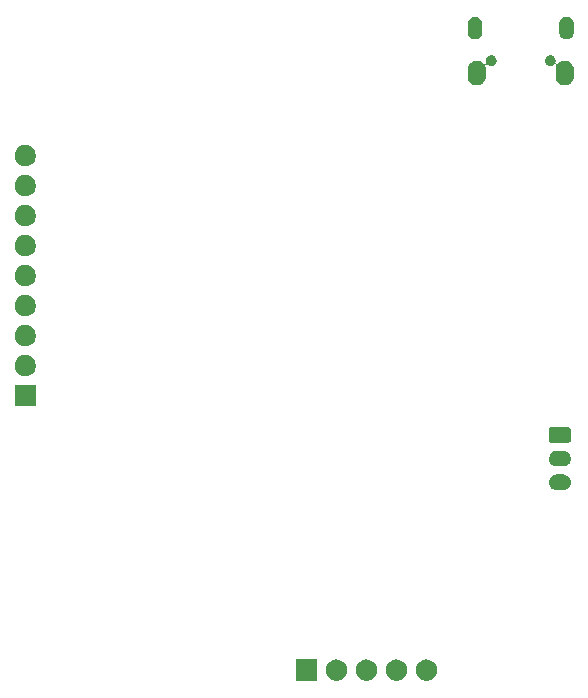
<source format=gbr>
G04 #@! TF.GenerationSoftware,KiCad,Pcbnew,5.1.5-52549c5~84~ubuntu18.04.1*
G04 #@! TF.CreationDate,2020-02-14T13:22:25+01:00*
G04 #@! TF.ProjectId,Project,50726f6a-6563-4742-9e6b-696361645f70,rev?*
G04 #@! TF.SameCoordinates,Original*
G04 #@! TF.FileFunction,Soldermask,Bot*
G04 #@! TF.FilePolarity,Negative*
%FSLAX46Y46*%
G04 Gerber Fmt 4.6, Leading zero omitted, Abs format (unit mm)*
G04 Created by KiCad (PCBNEW 5.1.5-52549c5~84~ubuntu18.04.1) date 2020-02-14 13:22:25*
%MOMM*%
%LPD*%
G04 APERTURE LIST*
%ADD10C,0.100000*%
G04 APERTURE END LIST*
D10*
G36*
X286493512Y-296703927D02*
G01*
X286642812Y-296733624D01*
X286806784Y-296801544D01*
X286954354Y-296900147D01*
X287079853Y-297025646D01*
X287178456Y-297173216D01*
X287246376Y-297337188D01*
X287281000Y-297511259D01*
X287281000Y-297688741D01*
X287246376Y-297862812D01*
X287178456Y-298026784D01*
X287079853Y-298174354D01*
X286954354Y-298299853D01*
X286806784Y-298398456D01*
X286642812Y-298466376D01*
X286493512Y-298496073D01*
X286468742Y-298501000D01*
X286291258Y-298501000D01*
X286266488Y-298496073D01*
X286117188Y-298466376D01*
X285953216Y-298398456D01*
X285805646Y-298299853D01*
X285680147Y-298174354D01*
X285581544Y-298026784D01*
X285513624Y-297862812D01*
X285479000Y-297688741D01*
X285479000Y-297511259D01*
X285513624Y-297337188D01*
X285581544Y-297173216D01*
X285680147Y-297025646D01*
X285805646Y-296900147D01*
X285953216Y-296801544D01*
X286117188Y-296733624D01*
X286266488Y-296703927D01*
X286291258Y-296699000D01*
X286468742Y-296699000D01*
X286493512Y-296703927D01*
G37*
G36*
X281413512Y-296703927D02*
G01*
X281562812Y-296733624D01*
X281726784Y-296801544D01*
X281874354Y-296900147D01*
X281999853Y-297025646D01*
X282098456Y-297173216D01*
X282166376Y-297337188D01*
X282201000Y-297511259D01*
X282201000Y-297688741D01*
X282166376Y-297862812D01*
X282098456Y-298026784D01*
X281999853Y-298174354D01*
X281874354Y-298299853D01*
X281726784Y-298398456D01*
X281562812Y-298466376D01*
X281413512Y-298496073D01*
X281388742Y-298501000D01*
X281211258Y-298501000D01*
X281186488Y-298496073D01*
X281037188Y-298466376D01*
X280873216Y-298398456D01*
X280725646Y-298299853D01*
X280600147Y-298174354D01*
X280501544Y-298026784D01*
X280433624Y-297862812D01*
X280399000Y-297688741D01*
X280399000Y-297511259D01*
X280433624Y-297337188D01*
X280501544Y-297173216D01*
X280600147Y-297025646D01*
X280725646Y-296900147D01*
X280873216Y-296801544D01*
X281037188Y-296733624D01*
X281186488Y-296703927D01*
X281211258Y-296699000D01*
X281388742Y-296699000D01*
X281413512Y-296703927D01*
G37*
G36*
X278873512Y-296703927D02*
G01*
X279022812Y-296733624D01*
X279186784Y-296801544D01*
X279334354Y-296900147D01*
X279459853Y-297025646D01*
X279558456Y-297173216D01*
X279626376Y-297337188D01*
X279661000Y-297511259D01*
X279661000Y-297688741D01*
X279626376Y-297862812D01*
X279558456Y-298026784D01*
X279459853Y-298174354D01*
X279334354Y-298299853D01*
X279186784Y-298398456D01*
X279022812Y-298466376D01*
X278873512Y-298496073D01*
X278848742Y-298501000D01*
X278671258Y-298501000D01*
X278646488Y-298496073D01*
X278497188Y-298466376D01*
X278333216Y-298398456D01*
X278185646Y-298299853D01*
X278060147Y-298174354D01*
X277961544Y-298026784D01*
X277893624Y-297862812D01*
X277859000Y-297688741D01*
X277859000Y-297511259D01*
X277893624Y-297337188D01*
X277961544Y-297173216D01*
X278060147Y-297025646D01*
X278185646Y-296900147D01*
X278333216Y-296801544D01*
X278497188Y-296733624D01*
X278646488Y-296703927D01*
X278671258Y-296699000D01*
X278848742Y-296699000D01*
X278873512Y-296703927D01*
G37*
G36*
X277121000Y-298501000D02*
G01*
X275319000Y-298501000D01*
X275319000Y-296699000D01*
X277121000Y-296699000D01*
X277121000Y-298501000D01*
G37*
G36*
X283953512Y-296703927D02*
G01*
X284102812Y-296733624D01*
X284266784Y-296801544D01*
X284414354Y-296900147D01*
X284539853Y-297025646D01*
X284638456Y-297173216D01*
X284706376Y-297337188D01*
X284741000Y-297511259D01*
X284741000Y-297688741D01*
X284706376Y-297862812D01*
X284638456Y-298026784D01*
X284539853Y-298174354D01*
X284414354Y-298299853D01*
X284266784Y-298398456D01*
X284102812Y-298466376D01*
X283953512Y-298496073D01*
X283928742Y-298501000D01*
X283751258Y-298501000D01*
X283726488Y-298496073D01*
X283577188Y-298466376D01*
X283413216Y-298398456D01*
X283265646Y-298299853D01*
X283140147Y-298174354D01*
X283041544Y-298026784D01*
X282973624Y-297862812D01*
X282939000Y-297688741D01*
X282939000Y-297511259D01*
X282973624Y-297337188D01*
X283041544Y-297173216D01*
X283140147Y-297025646D01*
X283265646Y-296900147D01*
X283413216Y-296801544D01*
X283577188Y-296733624D01*
X283726488Y-296703927D01*
X283751258Y-296699000D01*
X283928742Y-296699000D01*
X283953512Y-296703927D01*
G37*
G36*
X298026855Y-281038140D02*
G01*
X298090618Y-281044420D01*
X298181404Y-281071960D01*
X298213336Y-281081646D01*
X298326425Y-281142094D01*
X298425554Y-281223446D01*
X298506906Y-281322575D01*
X298567354Y-281435664D01*
X298567355Y-281435668D01*
X298604580Y-281558382D01*
X298617149Y-281686000D01*
X298604580Y-281813618D01*
X298577040Y-281904404D01*
X298567354Y-281936336D01*
X298506906Y-282049425D01*
X298425554Y-282148554D01*
X298326425Y-282229906D01*
X298213336Y-282290354D01*
X298181404Y-282300040D01*
X298090618Y-282327580D01*
X298026855Y-282333860D01*
X297994974Y-282337000D01*
X297381026Y-282337000D01*
X297349145Y-282333860D01*
X297285382Y-282327580D01*
X297194596Y-282300040D01*
X297162664Y-282290354D01*
X297049575Y-282229906D01*
X296950446Y-282148554D01*
X296869094Y-282049425D01*
X296808646Y-281936336D01*
X296798960Y-281904404D01*
X296771420Y-281813618D01*
X296758851Y-281686000D01*
X296771420Y-281558382D01*
X296808645Y-281435668D01*
X296808646Y-281435664D01*
X296869094Y-281322575D01*
X296950446Y-281223446D01*
X297049575Y-281142094D01*
X297162664Y-281081646D01*
X297194596Y-281071960D01*
X297285382Y-281044420D01*
X297349145Y-281038140D01*
X297381026Y-281035000D01*
X297994974Y-281035000D01*
X298026855Y-281038140D01*
G37*
G36*
X298026855Y-279038140D02*
G01*
X298090618Y-279044420D01*
X298181404Y-279071960D01*
X298213336Y-279081646D01*
X298326425Y-279142094D01*
X298425554Y-279223446D01*
X298506906Y-279322575D01*
X298567354Y-279435664D01*
X298567355Y-279435668D01*
X298604580Y-279558382D01*
X298617149Y-279686000D01*
X298604580Y-279813618D01*
X298577040Y-279904404D01*
X298567354Y-279936336D01*
X298506906Y-280049425D01*
X298425554Y-280148554D01*
X298326425Y-280229906D01*
X298213336Y-280290354D01*
X298181404Y-280300040D01*
X298090618Y-280327580D01*
X298026855Y-280333860D01*
X297994974Y-280337000D01*
X297381026Y-280337000D01*
X297349145Y-280333860D01*
X297285382Y-280327580D01*
X297194596Y-280300040D01*
X297162664Y-280290354D01*
X297049575Y-280229906D01*
X296950446Y-280148554D01*
X296869094Y-280049425D01*
X296808646Y-279936336D01*
X296798960Y-279904404D01*
X296771420Y-279813618D01*
X296758851Y-279686000D01*
X296771420Y-279558382D01*
X296808645Y-279435668D01*
X296808646Y-279435664D01*
X296869094Y-279322575D01*
X296950446Y-279223446D01*
X297049575Y-279142094D01*
X297162664Y-279081646D01*
X297194596Y-279071960D01*
X297285382Y-279044420D01*
X297349145Y-279038140D01*
X297381026Y-279035000D01*
X297994974Y-279035000D01*
X298026855Y-279038140D01*
G37*
G36*
X298454242Y-277039404D02*
G01*
X298491337Y-277050657D01*
X298525515Y-277068925D01*
X298555481Y-277093519D01*
X298580075Y-277123485D01*
X298598343Y-277157663D01*
X298609596Y-277194758D01*
X298614000Y-277239474D01*
X298614000Y-278132526D01*
X298609596Y-278177242D01*
X298598343Y-278214337D01*
X298580075Y-278248515D01*
X298555481Y-278278481D01*
X298525515Y-278303075D01*
X298491337Y-278321343D01*
X298454242Y-278332596D01*
X298409526Y-278337000D01*
X296966474Y-278337000D01*
X296921758Y-278332596D01*
X296884663Y-278321343D01*
X296850485Y-278303075D01*
X296820519Y-278278481D01*
X296795925Y-278248515D01*
X296777657Y-278214337D01*
X296766404Y-278177242D01*
X296762000Y-278132526D01*
X296762000Y-277239474D01*
X296766404Y-277194758D01*
X296777657Y-277157663D01*
X296795925Y-277123485D01*
X296820519Y-277093519D01*
X296850485Y-277068925D01*
X296884663Y-277050657D01*
X296921758Y-277039404D01*
X296966474Y-277035000D01*
X298409526Y-277035000D01*
X298454242Y-277039404D01*
G37*
G36*
X253321000Y-275261000D02*
G01*
X251519000Y-275261000D01*
X251519000Y-273459000D01*
X253321000Y-273459000D01*
X253321000Y-275261000D01*
G37*
G36*
X252533512Y-270923927D02*
G01*
X252682812Y-270953624D01*
X252846784Y-271021544D01*
X252994354Y-271120147D01*
X253119853Y-271245646D01*
X253218456Y-271393216D01*
X253286376Y-271557188D01*
X253321000Y-271731259D01*
X253321000Y-271908741D01*
X253286376Y-272082812D01*
X253218456Y-272246784D01*
X253119853Y-272394354D01*
X252994354Y-272519853D01*
X252846784Y-272618456D01*
X252682812Y-272686376D01*
X252533512Y-272716073D01*
X252508742Y-272721000D01*
X252331258Y-272721000D01*
X252306488Y-272716073D01*
X252157188Y-272686376D01*
X251993216Y-272618456D01*
X251845646Y-272519853D01*
X251720147Y-272394354D01*
X251621544Y-272246784D01*
X251553624Y-272082812D01*
X251519000Y-271908741D01*
X251519000Y-271731259D01*
X251553624Y-271557188D01*
X251621544Y-271393216D01*
X251720147Y-271245646D01*
X251845646Y-271120147D01*
X251993216Y-271021544D01*
X252157188Y-270953624D01*
X252306488Y-270923927D01*
X252331258Y-270919000D01*
X252508742Y-270919000D01*
X252533512Y-270923927D01*
G37*
G36*
X252533512Y-268383927D02*
G01*
X252682812Y-268413624D01*
X252846784Y-268481544D01*
X252994354Y-268580147D01*
X253119853Y-268705646D01*
X253218456Y-268853216D01*
X253286376Y-269017188D01*
X253321000Y-269191259D01*
X253321000Y-269368741D01*
X253286376Y-269542812D01*
X253218456Y-269706784D01*
X253119853Y-269854354D01*
X252994354Y-269979853D01*
X252846784Y-270078456D01*
X252682812Y-270146376D01*
X252533512Y-270176073D01*
X252508742Y-270181000D01*
X252331258Y-270181000D01*
X252306488Y-270176073D01*
X252157188Y-270146376D01*
X251993216Y-270078456D01*
X251845646Y-269979853D01*
X251720147Y-269854354D01*
X251621544Y-269706784D01*
X251553624Y-269542812D01*
X251519000Y-269368741D01*
X251519000Y-269191259D01*
X251553624Y-269017188D01*
X251621544Y-268853216D01*
X251720147Y-268705646D01*
X251845646Y-268580147D01*
X251993216Y-268481544D01*
X252157188Y-268413624D01*
X252306488Y-268383927D01*
X252331258Y-268379000D01*
X252508742Y-268379000D01*
X252533512Y-268383927D01*
G37*
G36*
X252533512Y-265843927D02*
G01*
X252682812Y-265873624D01*
X252846784Y-265941544D01*
X252994354Y-266040147D01*
X253119853Y-266165646D01*
X253218456Y-266313216D01*
X253286376Y-266477188D01*
X253321000Y-266651259D01*
X253321000Y-266828741D01*
X253286376Y-267002812D01*
X253218456Y-267166784D01*
X253119853Y-267314354D01*
X252994354Y-267439853D01*
X252846784Y-267538456D01*
X252682812Y-267606376D01*
X252533512Y-267636073D01*
X252508742Y-267641000D01*
X252331258Y-267641000D01*
X252306488Y-267636073D01*
X252157188Y-267606376D01*
X251993216Y-267538456D01*
X251845646Y-267439853D01*
X251720147Y-267314354D01*
X251621544Y-267166784D01*
X251553624Y-267002812D01*
X251519000Y-266828741D01*
X251519000Y-266651259D01*
X251553624Y-266477188D01*
X251621544Y-266313216D01*
X251720147Y-266165646D01*
X251845646Y-266040147D01*
X251993216Y-265941544D01*
X252157188Y-265873624D01*
X252306488Y-265843927D01*
X252331258Y-265839000D01*
X252508742Y-265839000D01*
X252533512Y-265843927D01*
G37*
G36*
X252533512Y-263303927D02*
G01*
X252682812Y-263333624D01*
X252846784Y-263401544D01*
X252994354Y-263500147D01*
X253119853Y-263625646D01*
X253218456Y-263773216D01*
X253286376Y-263937188D01*
X253321000Y-264111259D01*
X253321000Y-264288741D01*
X253286376Y-264462812D01*
X253218456Y-264626784D01*
X253119853Y-264774354D01*
X252994354Y-264899853D01*
X252846784Y-264998456D01*
X252682812Y-265066376D01*
X252533512Y-265096073D01*
X252508742Y-265101000D01*
X252331258Y-265101000D01*
X252306488Y-265096073D01*
X252157188Y-265066376D01*
X251993216Y-264998456D01*
X251845646Y-264899853D01*
X251720147Y-264774354D01*
X251621544Y-264626784D01*
X251553624Y-264462812D01*
X251519000Y-264288741D01*
X251519000Y-264111259D01*
X251553624Y-263937188D01*
X251621544Y-263773216D01*
X251720147Y-263625646D01*
X251845646Y-263500147D01*
X251993216Y-263401544D01*
X252157188Y-263333624D01*
X252306488Y-263303927D01*
X252331258Y-263299000D01*
X252508742Y-263299000D01*
X252533512Y-263303927D01*
G37*
G36*
X252533512Y-260763927D02*
G01*
X252682812Y-260793624D01*
X252846784Y-260861544D01*
X252994354Y-260960147D01*
X253119853Y-261085646D01*
X253218456Y-261233216D01*
X253286376Y-261397188D01*
X253321000Y-261571259D01*
X253321000Y-261748741D01*
X253286376Y-261922812D01*
X253218456Y-262086784D01*
X253119853Y-262234354D01*
X252994354Y-262359853D01*
X252846784Y-262458456D01*
X252682812Y-262526376D01*
X252533512Y-262556073D01*
X252508742Y-262561000D01*
X252331258Y-262561000D01*
X252306488Y-262556073D01*
X252157188Y-262526376D01*
X251993216Y-262458456D01*
X251845646Y-262359853D01*
X251720147Y-262234354D01*
X251621544Y-262086784D01*
X251553624Y-261922812D01*
X251519000Y-261748741D01*
X251519000Y-261571259D01*
X251553624Y-261397188D01*
X251621544Y-261233216D01*
X251720147Y-261085646D01*
X251845646Y-260960147D01*
X251993216Y-260861544D01*
X252157188Y-260793624D01*
X252306488Y-260763927D01*
X252331258Y-260759000D01*
X252508742Y-260759000D01*
X252533512Y-260763927D01*
G37*
G36*
X252533512Y-258223927D02*
G01*
X252682812Y-258253624D01*
X252846784Y-258321544D01*
X252994354Y-258420147D01*
X253119853Y-258545646D01*
X253218456Y-258693216D01*
X253286376Y-258857188D01*
X253321000Y-259031259D01*
X253321000Y-259208741D01*
X253286376Y-259382812D01*
X253218456Y-259546784D01*
X253119853Y-259694354D01*
X252994354Y-259819853D01*
X252846784Y-259918456D01*
X252682812Y-259986376D01*
X252533512Y-260016073D01*
X252508742Y-260021000D01*
X252331258Y-260021000D01*
X252306488Y-260016073D01*
X252157188Y-259986376D01*
X251993216Y-259918456D01*
X251845646Y-259819853D01*
X251720147Y-259694354D01*
X251621544Y-259546784D01*
X251553624Y-259382812D01*
X251519000Y-259208741D01*
X251519000Y-259031259D01*
X251553624Y-258857188D01*
X251621544Y-258693216D01*
X251720147Y-258545646D01*
X251845646Y-258420147D01*
X251993216Y-258321544D01*
X252157188Y-258253624D01*
X252306488Y-258223927D01*
X252331258Y-258219000D01*
X252508742Y-258219000D01*
X252533512Y-258223927D01*
G37*
G36*
X252533512Y-255683927D02*
G01*
X252682812Y-255713624D01*
X252846784Y-255781544D01*
X252994354Y-255880147D01*
X253119853Y-256005646D01*
X253218456Y-256153216D01*
X253286376Y-256317188D01*
X253321000Y-256491259D01*
X253321000Y-256668741D01*
X253286376Y-256842812D01*
X253218456Y-257006784D01*
X253119853Y-257154354D01*
X252994354Y-257279853D01*
X252846784Y-257378456D01*
X252682812Y-257446376D01*
X252533512Y-257476073D01*
X252508742Y-257481000D01*
X252331258Y-257481000D01*
X252306488Y-257476073D01*
X252157188Y-257446376D01*
X251993216Y-257378456D01*
X251845646Y-257279853D01*
X251720147Y-257154354D01*
X251621544Y-257006784D01*
X251553624Y-256842812D01*
X251519000Y-256668741D01*
X251519000Y-256491259D01*
X251553624Y-256317188D01*
X251621544Y-256153216D01*
X251720147Y-256005646D01*
X251845646Y-255880147D01*
X251993216Y-255781544D01*
X252157188Y-255713624D01*
X252306488Y-255683927D01*
X252331258Y-255679000D01*
X252508742Y-255679000D01*
X252533512Y-255683927D01*
G37*
G36*
X252533512Y-253143927D02*
G01*
X252682812Y-253173624D01*
X252846784Y-253241544D01*
X252994354Y-253340147D01*
X253119853Y-253465646D01*
X253218456Y-253613216D01*
X253286376Y-253777188D01*
X253321000Y-253951259D01*
X253321000Y-254128741D01*
X253286376Y-254302812D01*
X253218456Y-254466784D01*
X253119853Y-254614354D01*
X252994354Y-254739853D01*
X252846784Y-254838456D01*
X252682812Y-254906376D01*
X252533512Y-254936073D01*
X252508742Y-254941000D01*
X252331258Y-254941000D01*
X252306488Y-254936073D01*
X252157188Y-254906376D01*
X251993216Y-254838456D01*
X251845646Y-254739853D01*
X251720147Y-254614354D01*
X251621544Y-254466784D01*
X251553624Y-254302812D01*
X251519000Y-254128741D01*
X251519000Y-253951259D01*
X251553624Y-253777188D01*
X251621544Y-253613216D01*
X251720147Y-253465646D01*
X251845646Y-253340147D01*
X251993216Y-253241544D01*
X252157188Y-253173624D01*
X252306488Y-253143927D01*
X252331258Y-253139000D01*
X252508742Y-253139000D01*
X252533512Y-253143927D01*
G37*
G36*
X292001552Y-245556331D02*
G01*
X292083627Y-245590328D01*
X292083629Y-245590329D01*
X292120813Y-245615175D01*
X292157495Y-245639685D01*
X292220315Y-245702505D01*
X292269672Y-245776373D01*
X292303669Y-245858448D01*
X292321000Y-245945579D01*
X292321000Y-246034421D01*
X292303669Y-246121552D01*
X292269672Y-246203627D01*
X292220399Y-246277370D01*
X292220314Y-246277496D01*
X292157496Y-246340314D01*
X292083629Y-246389671D01*
X292083628Y-246389672D01*
X292083627Y-246389672D01*
X292001552Y-246423669D01*
X291914421Y-246441000D01*
X291825579Y-246441000D01*
X291738448Y-246423669D01*
X291656373Y-246389672D01*
X291656372Y-246389672D01*
X291656371Y-246389671D01*
X291582504Y-246340314D01*
X291566952Y-246324762D01*
X291548010Y-246309217D01*
X291526399Y-246297666D01*
X291502950Y-246290553D01*
X291478564Y-246288151D01*
X291454178Y-246290553D01*
X291430729Y-246297666D01*
X291409118Y-246309217D01*
X291390176Y-246324762D01*
X291374631Y-246343704D01*
X291363080Y-246365315D01*
X291355967Y-246388764D01*
X291353565Y-246413150D01*
X291355967Y-246437536D01*
X291363080Y-246460985D01*
X291364796Y-246464614D01*
X291409772Y-246612879D01*
X291421000Y-246726882D01*
X291421000Y-247353118D01*
X291409772Y-247467121D01*
X291365398Y-247613402D01*
X291293345Y-247748204D01*
X291196367Y-247866372D01*
X291078206Y-247963343D01*
X290943401Y-248035398D01*
X290797120Y-248079772D01*
X290645000Y-248094754D01*
X290492879Y-248079772D01*
X290346598Y-248035398D01*
X290211796Y-247963345D01*
X290093628Y-247866367D01*
X289996657Y-247748206D01*
X289924602Y-247613401D01*
X289880228Y-247467120D01*
X289869000Y-247353117D01*
X289869000Y-246726882D01*
X289880228Y-246612879D01*
X289924601Y-246466600D01*
X289996657Y-246331794D01*
X290093632Y-246213631D01*
X290135363Y-246179383D01*
X290211793Y-246116658D01*
X290211794Y-246116657D01*
X290211797Y-246116655D01*
X290346599Y-246044602D01*
X290492880Y-246000228D01*
X290645000Y-245985246D01*
X290797121Y-246000228D01*
X290943402Y-246044602D01*
X291078204Y-246116655D01*
X291196372Y-246213633D01*
X291223288Y-246246430D01*
X291240615Y-246263757D01*
X291260989Y-246277370D01*
X291283628Y-246286748D01*
X291307661Y-246291528D01*
X291332165Y-246291528D01*
X291356199Y-246286748D01*
X291378837Y-246277370D01*
X291399212Y-246263756D01*
X291416539Y-246246429D01*
X291430152Y-246226055D01*
X291439530Y-246203416D01*
X291444310Y-246179383D01*
X291444310Y-246154879D01*
X291439530Y-246130845D01*
X291436490Y-246122351D01*
X291419000Y-246034421D01*
X291419000Y-245945579D01*
X291436331Y-245858448D01*
X291470328Y-245776373D01*
X291519685Y-245702505D01*
X291582505Y-245639685D01*
X291619187Y-245615175D01*
X291656371Y-245590329D01*
X291656373Y-245590328D01*
X291738448Y-245556331D01*
X291825579Y-245539000D01*
X291914421Y-245539000D01*
X292001552Y-245556331D01*
G37*
G36*
X297001552Y-245556331D02*
G01*
X297083627Y-245590328D01*
X297083629Y-245590329D01*
X297120813Y-245615175D01*
X297157495Y-245639685D01*
X297220315Y-245702505D01*
X297269672Y-245776373D01*
X297303669Y-245858448D01*
X297321000Y-245945579D01*
X297321000Y-246034421D01*
X297303193Y-246123946D01*
X297297490Y-246142743D01*
X297295087Y-246167129D01*
X297297488Y-246191515D01*
X297304600Y-246214964D01*
X297316151Y-246236575D01*
X297331695Y-246255518D01*
X297350637Y-246271063D01*
X297372247Y-246282615D01*
X297395696Y-246289729D01*
X297420082Y-246292132D01*
X297444468Y-246289731D01*
X297467917Y-246282619D01*
X297489528Y-246271068D01*
X297508471Y-246255524D01*
X297516711Y-246246432D01*
X297543628Y-246213634D01*
X297661797Y-246116655D01*
X297796599Y-246044602D01*
X297942880Y-246000228D01*
X298095000Y-245985246D01*
X298247121Y-246000228D01*
X298393402Y-246044602D01*
X298528204Y-246116655D01*
X298528207Y-246116657D01*
X298528208Y-246116658D01*
X298646369Y-246213631D01*
X298737573Y-246324762D01*
X298743345Y-246331796D01*
X298815398Y-246466598D01*
X298859772Y-246612879D01*
X298871000Y-246726882D01*
X298871000Y-247353118D01*
X298859772Y-247467121D01*
X298815398Y-247613402D01*
X298743345Y-247748204D01*
X298646367Y-247866372D01*
X298528206Y-247963343D01*
X298393401Y-248035398D01*
X298247120Y-248079772D01*
X298095000Y-248094754D01*
X297942879Y-248079772D01*
X297796598Y-248035398D01*
X297661796Y-247963345D01*
X297543628Y-247866367D01*
X297446657Y-247748206D01*
X297374602Y-247613401D01*
X297330228Y-247467120D01*
X297319000Y-247353117D01*
X297319000Y-246726882D01*
X297330228Y-246612879D01*
X297376402Y-246460664D01*
X297381052Y-246449439D01*
X297385833Y-246425405D01*
X297385833Y-246400901D01*
X297381054Y-246376868D01*
X297371677Y-246354229D01*
X297358064Y-246333854D01*
X297340737Y-246316527D01*
X297320363Y-246302912D01*
X297297725Y-246293534D01*
X297273691Y-246288753D01*
X297249187Y-246288753D01*
X297225154Y-246293532D01*
X297202515Y-246302909D01*
X297182140Y-246316522D01*
X297173048Y-246324762D01*
X297157496Y-246340314D01*
X297083629Y-246389671D01*
X297083628Y-246389672D01*
X297083627Y-246389672D01*
X297001552Y-246423669D01*
X296914421Y-246441000D01*
X296825579Y-246441000D01*
X296738448Y-246423669D01*
X296656373Y-246389672D01*
X296656372Y-246389672D01*
X296656371Y-246389671D01*
X296582504Y-246340314D01*
X296519686Y-246277496D01*
X296519602Y-246277370D01*
X296470328Y-246203627D01*
X296436331Y-246121552D01*
X296419000Y-246034421D01*
X296419000Y-245945579D01*
X296436331Y-245858448D01*
X296470328Y-245776373D01*
X296519685Y-245702505D01*
X296582505Y-245639685D01*
X296619187Y-245615175D01*
X296656371Y-245590329D01*
X296656373Y-245590328D01*
X296738448Y-245556331D01*
X296825579Y-245539000D01*
X296914421Y-245539000D01*
X297001552Y-245556331D01*
G37*
G36*
X290617715Y-242298058D02*
G01*
X290735722Y-242333855D01*
X290844468Y-242391981D01*
X290939790Y-242470210D01*
X291018019Y-242565532D01*
X291076145Y-242674278D01*
X291111942Y-242792285D01*
X291121000Y-242884254D01*
X291121000Y-243595746D01*
X291111942Y-243687715D01*
X291076145Y-243805722D01*
X291018019Y-243914468D01*
X290939790Y-244009790D01*
X290844468Y-244088019D01*
X290735721Y-244146145D01*
X290617714Y-244181942D01*
X290495000Y-244194028D01*
X290372285Y-244181942D01*
X290254278Y-244146145D01*
X290145532Y-244088019D01*
X290050210Y-244009790D01*
X289971981Y-243914468D01*
X289913855Y-243805721D01*
X289878058Y-243687714D01*
X289869000Y-243595745D01*
X289869000Y-242884254D01*
X289878058Y-242792285D01*
X289913855Y-242674279D01*
X289971982Y-242565532D01*
X290050211Y-242470210D01*
X290145533Y-242391981D01*
X290254279Y-242333855D01*
X290372286Y-242298058D01*
X290495000Y-242285972D01*
X290617715Y-242298058D01*
G37*
G36*
X298367715Y-242298058D02*
G01*
X298485722Y-242333855D01*
X298594468Y-242391981D01*
X298689790Y-242470210D01*
X298768019Y-242565532D01*
X298826145Y-242674278D01*
X298861942Y-242792285D01*
X298871000Y-242884254D01*
X298871000Y-243595746D01*
X298861942Y-243687715D01*
X298826145Y-243805722D01*
X298768019Y-243914468D01*
X298689790Y-244009790D01*
X298594468Y-244088019D01*
X298485721Y-244146145D01*
X298367714Y-244181942D01*
X298245000Y-244194028D01*
X298122285Y-244181942D01*
X298004278Y-244146145D01*
X297895532Y-244088019D01*
X297800210Y-244009790D01*
X297721981Y-243914468D01*
X297663855Y-243805721D01*
X297628058Y-243687714D01*
X297619000Y-243595745D01*
X297619000Y-242884254D01*
X297628058Y-242792285D01*
X297663855Y-242674279D01*
X297721982Y-242565532D01*
X297800211Y-242470210D01*
X297895533Y-242391981D01*
X298004279Y-242333855D01*
X298122286Y-242298058D01*
X298245000Y-242285972D01*
X298367715Y-242298058D01*
G37*
M02*

</source>
